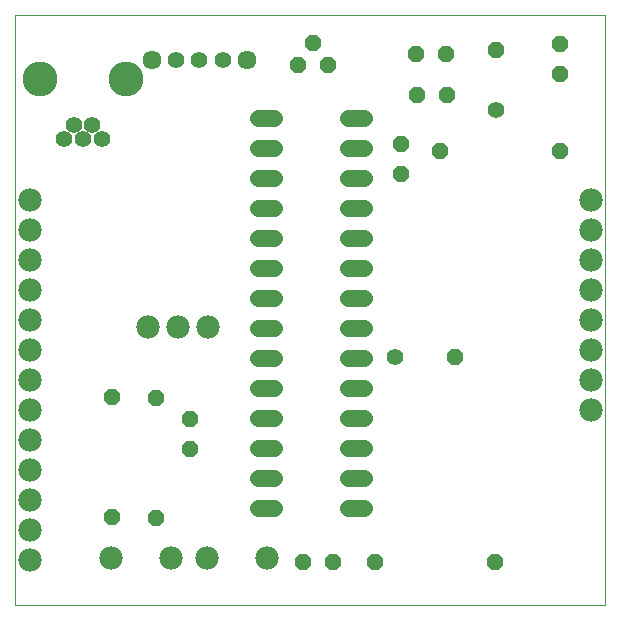
<source format=gbs>
G75*
%MOIN*%
%OFA0B0*%
%FSLAX25Y25*%
%IPPOS*%
%LPD*%
%AMOC8*
5,1,8,0,0,1.08239X$1,22.5*
%
%ADD10C,0.00000*%
%ADD11OC8,0.05600*%
%ADD12C,0.05600*%
%ADD13C,0.05550*%
%ADD14C,0.11620*%
%ADD15C,0.05600*%
%ADD16C,0.06337*%
%ADD17C,0.07800*%
D10*
X0008500Y0001800D02*
X0008500Y0198650D01*
X0205350Y0198650D01*
X0205350Y0001800D01*
X0008500Y0001800D01*
D11*
X0040783Y0031209D03*
X0055547Y0031013D03*
X0066886Y0054024D03*
X0066886Y0064024D03*
X0055547Y0071013D03*
X0040783Y0071209D03*
X0104602Y0016170D03*
X0114602Y0016170D03*
X0128461Y0016367D03*
X0168461Y0016367D03*
X0155154Y0084438D03*
X0137122Y0145619D03*
X0137122Y0155619D03*
X0150272Y0153178D03*
X0152476Y0171761D03*
X0142476Y0171761D03*
X0142280Y0185540D03*
X0152280Y0185540D03*
X0168972Y0187036D03*
X0190193Y0188729D03*
X0190193Y0178729D03*
X0190272Y0153178D03*
X0112831Y0181800D03*
X0107831Y0189300D03*
X0102831Y0181800D03*
D12*
X0168972Y0167036D03*
X0135154Y0084438D03*
D13*
X0077949Y0183493D03*
X0070075Y0183493D03*
X0062201Y0183493D03*
X0037555Y0157272D03*
X0034406Y0161997D03*
X0031256Y0157272D03*
X0028106Y0161997D03*
X0024957Y0157272D03*
D14*
X0016886Y0177351D03*
X0045626Y0177351D03*
D15*
X0089719Y0164241D02*
X0094919Y0164241D01*
X0094919Y0154241D02*
X0089719Y0154241D01*
X0089719Y0144241D02*
X0094919Y0144241D01*
X0094919Y0134241D02*
X0089719Y0134241D01*
X0089719Y0124241D02*
X0094919Y0124241D01*
X0094919Y0114241D02*
X0089719Y0114241D01*
X0089719Y0104241D02*
X0094919Y0104241D01*
X0094919Y0094241D02*
X0089719Y0094241D01*
X0089719Y0084241D02*
X0094919Y0084241D01*
X0094919Y0074241D02*
X0089719Y0074241D01*
X0089719Y0064241D02*
X0094919Y0064241D01*
X0094919Y0054241D02*
X0089719Y0054241D01*
X0089719Y0044241D02*
X0094919Y0044241D01*
X0094919Y0034241D02*
X0089719Y0034241D01*
X0119719Y0034241D02*
X0124919Y0034241D01*
X0124919Y0044241D02*
X0119719Y0044241D01*
X0119719Y0054241D02*
X0124919Y0054241D01*
X0124919Y0064241D02*
X0119719Y0064241D01*
X0119719Y0074241D02*
X0124919Y0074241D01*
X0124919Y0084241D02*
X0119719Y0084241D01*
X0119719Y0094241D02*
X0124919Y0094241D01*
X0124919Y0104241D02*
X0119719Y0104241D01*
X0119719Y0114241D02*
X0124919Y0114241D01*
X0124919Y0124241D02*
X0119719Y0124241D01*
X0119719Y0134241D02*
X0124919Y0134241D01*
X0124919Y0144241D02*
X0119719Y0144241D01*
X0119719Y0154241D02*
X0124919Y0154241D01*
X0124919Y0164241D02*
X0119719Y0164241D01*
D16*
X0085823Y0183493D03*
X0054327Y0183493D03*
D17*
X0013500Y0136800D03*
X0013500Y0126800D03*
X0013500Y0116800D03*
X0013500Y0106800D03*
X0013500Y0096800D03*
X0013500Y0086800D03*
X0013500Y0076800D03*
X0013500Y0066800D03*
X0013500Y0056800D03*
X0013500Y0046800D03*
X0013500Y0036800D03*
X0013500Y0026800D03*
X0013500Y0016800D03*
X0040665Y0017627D03*
X0060665Y0017627D03*
X0072437Y0017627D03*
X0092437Y0017627D03*
X0072752Y0094438D03*
X0062752Y0094438D03*
X0052752Y0094438D03*
X0200500Y0096800D03*
X0200500Y0106800D03*
X0200500Y0116800D03*
X0200500Y0126800D03*
X0200500Y0136800D03*
X0200500Y0086800D03*
X0200500Y0076800D03*
X0200500Y0066800D03*
M02*

</source>
